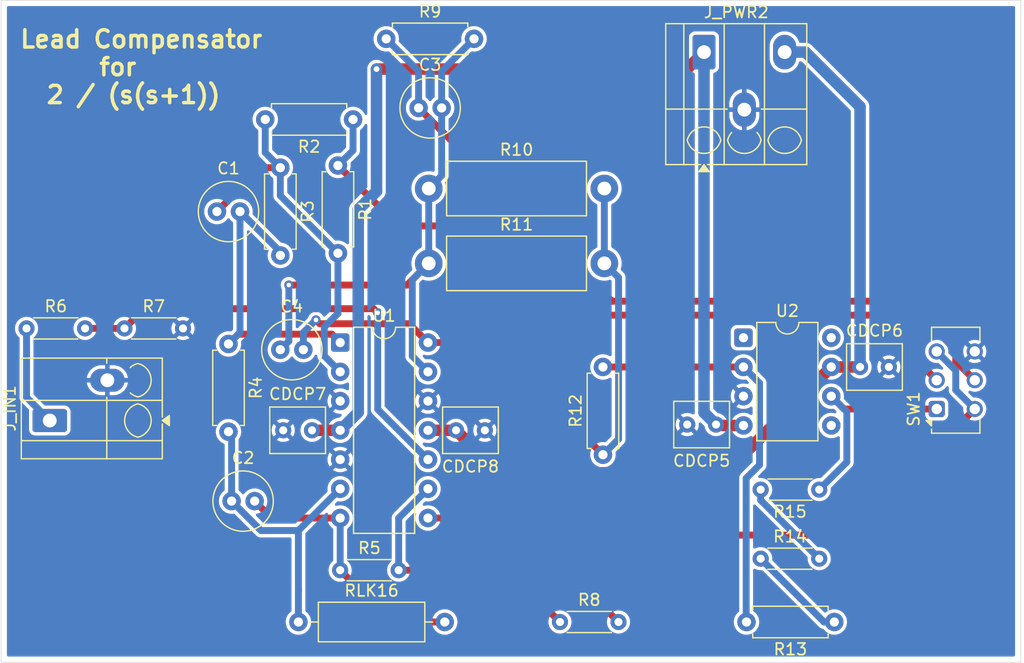
<source format=kicad_pcb>
(kicad_pcb (version 20241229) (generator "pcbnew") (generator_version "9.0")
  (layers (0 "F.Cu" signal) (2 "B.Cu" signal) (13 "F.Paste" user) (15 "B.Paste" user) (5 "F.SilkS" user "F.Silkscreen") (7 "B.SilkS" user "B.Silkscreen") (1 "F.Mask" user) (3 "B.Mask" user) (25 "Edge.Cuts" user))
  (net 0 "")
  (net 1 "Net-(C1-Pad2)")
  (net 2 "Net-(U1A--)")
  (net 3 "/y(t)")
  (net 4 "Net-(U1B--)")
  (net 5 "Net-(U1D--)")
  (net 6 "/comp_in")
  (net 7 "Net-(C4-Pad2)")
  (net 8 "+12V")
  (net 9 "GND")
  (net 10 "-12V")
  (net 11 "/r(t)")
  (net 12 "/u(t)")
  (net 13 "Net-(U1C--)")
  (net 14 "Net-(U1C-+)")
  (net 15 "/e(t)")
  (net 16 "Net-(U2--)")
  (net 17 "Net-(R13-Pad1)")
  (net 18 "Net-(R14-Pad2)")
  (net 19 "/comp_out")
  (footprint "Resistor_THT:R_Axial_DIN0414_L11.9mm_D4.5mm_P15.24mm_Horizontal" (layer "F.Cu") (at 100.61 86.35)
    (property "Reference" "R11" (at 7.62 -3.37 0) (layer "F.SilkS"))
    (property "Value" "330k")
    (fp_line (start 1.44 0) (end 1.55 0) (stroke (width 0.12)) (layer "F.SilkS"))
    (fp_line (start 13.8 0) (end 13.69 0) (stroke (width 0.12)) (layer "F.SilkS"))
    (fp_rect (start 1.55 -2.37) (end 13.69 2.37) (stroke (width 0.12)) (fill no) (layer "F.SilkS"))
    (pad "1" thru_hole circle (at 0 0) (size 2.4 2.4) (drill 1.2) (layers "*.Cu" "*.Mask") (net 5 "Net-(U1D--)"))
    (pad "2" thru_hole circle (at 15.24 0) (size 2.4 2.4) (drill 1.2) (layers "*.Cu" "*.Mask") (net 7 "Net-(C4-Pad2)"))
  )
  (footprint "Resistor_THT:R_Axial_DIN0204_L3.6mm_D1.6mm_P5.08mm_Horizontal" (layer "F.Cu") (at 92.92 113)
    (property "Reference" "R5" (at 2.54 -1.92 0) (layer "F.SilkS"))
    (property "Value" "10k")
    (fp_line (start 0.62 -0.92) (end 4.46 -0.92) (stroke (width 0.12)) (layer "F.SilkS"))
    (fp_line (start 0.62 0.92) (end 4.46 0.92) (stroke (width 0.12)) (layer "F.SilkS"))
    (pad "1" thru_hole circle (at 0 0) (size 1.4 1.4) (drill 0.7) (layers "*.Cu" "*.Mask") (net 3 "/y(t)"))
    (pad "2" thru_hole circle (at 5.08 0) (size 1.4 1.4) (drill 0.7) (layers "*.Cu" "*.Mask") (net 13 "Net-(U1C--)"))
  )
  (footprint "TerminalBlock_Degson:TerminalBlock_Degson_DG250-3.5-03P_1x03_P3.50mm_45Degree" (layer "F.Cu") (at 124.5 68)
    (property "Reference" "J_PWR2" (at 2.8 -3.47 0) (layer "F.SilkS"))
    (property "Value" "Conn_01x03")
    (fp_line (start -3.32 -2.47) (end 8.92 -2.47) (stroke (width 0.12)) (layer "F.SilkS"))
    (fp_line (start -3.32 4.95) (end 2.02 4.95) (stroke (width 0.12)) (layer "F.SilkS"))
    (fp_line (start -3.32 9.77) (end -3.32 -2.47) (stroke (width 0.12)) (layer "F.SilkS"))
    (fp_line (start -1.75 -2.47) (end -1.75 9.77) (stroke (width 0.12)) (layer "F.SilkS"))
    (fp_line (start -0.3 9.77) (end -3.32 9.77) (stroke (width 0.12)) (layer "F.SilkS"))
    (fp_line (start 1.75 -2.47) (end 1.75 9.77) (stroke (width 0.12)) (layer "F.SilkS"))
    (fp_line (start 4.98 4.95) (end 8.92 4.95) (stroke (width 0.12)) (layer "F.SilkS"))
    (fp_line (start 5.25 -2.47) (end 5.25 9.77) (stroke (width 0.12)) (layer "F.SilkS"))
    (fp_line (start 8.92 -2.47) (end 8.92 9.77) (stroke (width 0.12)) (layer "F.SilkS"))
    (fp_line (start 8.92 9.77) (end 0.3 9.77) (stroke (width 0.12)) (layer "F.SilkS"))
    (fp_arc (start -1.45 7.65) (mid 0 6.5) (end 1.45 7.65) (stroke (width 0.12)) (layer "F.SilkS"))
    (fp_arc (start 1.45 7.65) (mid 0 8.8) (end -1.45 7.65) (stroke (width 0.12)) (layer "F.SilkS"))
    (fp_arc (start 2.05 7.65) (mid 2.18402 7.291962) (end 2.405 6.98) (stroke (width 0.12)) (layer "F.SilkS"))
    (fp_arc (start 4.595 6.98) (mid 4.81598 7.291962) (end 4.95 7.65) (stroke (width 0.12)) (layer "F.SilkS"))
    (fp_arc (start 4.95 7.65) (mid 3.5 8.8) (end 2.05 7.65) (stroke (width 0.12)) (layer "F.SilkS"))
    (fp_arc (start 5.55 7.65) (mid 7 6.5) (end 8.45 7.65) (stroke (width 0.12)) (layer "F.SilkS"))
    (fp_arc (start 8.45 7.65) (mid 7 8.8) (end 5.55 7.65) (stroke (width 0.12)) (layer "F.SilkS"))
    (fp_poly (pts (xy 0 9.77) (xy 0.44 10.38) (xy -0.44 10.38)) (stroke (width 0.12)) (fill yes) (layer "F.SilkS"))
    (pad "1" thru_hole roundrect (at 0 0) (size 2 3) (drill 1.2) (layers "*.Cu" "*.Mask") (roundrect_rratio 0.125) (net 8 "+12V"))
    (pad "2" thru_hole oval (at 3.5 5) (size 2 3) (drill 1.2) (layers "*.Cu" "*.Mask") (net 9 "GND"))
    (pad "3" thru_hole oval (at 7 0) (size 2 3) (drill 1.2) (layers "*.Cu" "*.Mask") (net 10 "-12V"))
  )
  (footprint "Resistor_THT:R_Axial_DIN0207_L6.3mm_D2.5mm_P7.62mm_Horizontal" (layer "F.Cu") (at 96.92 66.85)
    (property "Reference" "R9" (at 3.81 -2.37 0) (layer "F.SilkS"))
    (property "Value" "560k")
    (fp_line (start 0.54 -1.37) (end 7.08 -1.37) (stroke (width 0.12)) (layer "F.SilkS"))
    (fp_line (start 0.54 -1.04) (end 0.54 -1.37) (stroke (width 0.12)) (layer "F.SilkS"))
    (fp_line (start 0.54 1.04) (end 0.54 1.37) (stroke (width 0.12)) (layer "F.SilkS"))
    (fp_line (start 0.54 1.37) (end 7.08 1.37) (stroke (width 0.12)) (layer "F.SilkS"))
    (fp_line (start 7.08 -1.37) (end 7.08 -1.04) (stroke (width 0.12)) (layer "F.SilkS"))
    (fp_line (start 7.08 1.37) (end 7.08 1.04) (stroke (width 0.12)) (layer "F.SilkS"))
    (pad "1" thru_hole circle (at 0 0) (size 1.6 1.6) (drill 0.8) (layers "*.Cu" "*.Mask") (net 6 "/comp_in"))
    (pad "2" thru_hole circle (at 7.62 0) (size 1.6 1.6) (drill 0.8) (layers "*.Cu" "*.Mask") (net 5 "Net-(U1D--)"))
  )
  (footprint "Resistor_THT:R_Axial_DIN0204_L3.6mm_D1.6mm_P5.08mm_Horizontal" (layer "F.Cu") (at 112 117.5)
    (property "Reference" "R8" (at 2.54 -1.92 0) (layer "F.SilkS"))
    (property "Value" "10k")
    (fp_line (start 0.62 -0.92) (end 4.46 -0.92) (stroke (width 0.12)) (layer "F.SilkS"))
    (fp_line (start 0.62 0.92) (end 4.46 0.92) (stroke (width 0.12)) (layer "F.SilkS"))
    (pad "1" thru_hole circle (at 0 0) (size 1.4 1.4) (drill 0.7) (layers "*.Cu" "*.Mask") (net 13 "Net-(U1C--)"))
    (pad "2" thru_hole circle (at 5.08 0) (size 1.4 1.4) (drill 0.7) (layers "*.Cu" "*.Mask") (net 15 "/e(t)"))
  )
  (footprint "Resistor_THT:R_Axial_DIN0204_L3.6mm_D1.6mm_P5.08mm_Horizontal" (layer "F.Cu") (at 74.2025 92)
    (property "Reference" "R7" (at 2.54 -1.92 0) (layer "F.SilkS"))
    (property "Value" "10k")
    (fp_line (start 0.62 -0.92) (end 4.46 -0.92) (stroke (width 0.12)) (layer "F.SilkS"))
    (fp_line (start 0.62 0.92) (end 4.46 0.92) (stroke (width 0.12)) (layer "F.SilkS"))
    (pad "1" thru_hole circle (at 0 0) (size 1.4 1.4) (drill 0.7) (layers "*.Cu" "*.Mask") (net 14 "Net-(U1C-+)"))
    (pad "2" thru_hole circle (at 5.08 0) (size 1.4 1.4) (drill 0.7) (layers "*.Cu" "*.Mask") (net 9 "GND"))
  )
  (footprint "Capacitor_THT:C_Radial_D5.0mm_H11.0mm_P2.00mm" (layer "F.Cu") (at 99.73 72.85)
    (property "Reference" "C3" (at 1 -3.75 0) (layer "F.SilkS"))
    (property "Value" "1u")
    (fp_circle (center 1 0) (end 3.62 0) (stroke (width 0.12)) (fill no) (layer "F.SilkS"))
    (pad "1" thru_hole circle (at 0 0) (size 1.6 1.6) (drill 0.8) (layers "*.Cu" "*.Mask") (net 6 "/comp_in"))
    (pad "2" thru_hole circle (at 2 0) (size 1.6 1.6) (drill 0.8) (layers "*.Cu" "*.Mask") (net 5 "Net-(U1D--)"))
  )
  (footprint "Resistor_THT:R_Axial_DIN0309_L9.0mm_D3.2mm_P12.70mm_Horizontal" (layer "F.Cu") (at 89.3 117.5)
    (property "Reference" "RLK16" (at 6.35 -2.72 0) (layer "F.SilkS"))
    (property "Value" "10M")
    (fp_line (start 1.04 0) (end 1.73 0) (stroke (width 0.12)) (layer "F.SilkS"))
    (fp_line (start 11.66 0) (end 10.97 0) (stroke (width 0.12)) (layer "F.SilkS"))
    (fp_rect (start 1.73 -1.72) (end 10.97 1.72) (stroke (width 0.12)) (fill no) (layer "F.SilkS"))
    (pad "1" thru_hole circle (at 0 0) (size 1.6 1.6) (drill 0.8) (layers "*.Cu" "*.Mask") (net 4 "Net-(U1B--)"))
    (pad "2" thru_hole circle (at 12.7 0) (size 1.6 1.6) (drill 0.8) (layers "*.Cu" "*.Mask") (net 3 "/y(t)"))
  )
  (footprint "Resistor_THT:R_Axial_DIN0204_L3.6mm_D1.6mm_P5.08mm_Horizontal" (layer "F.Cu") (at 129.42 112)
    (property "Reference" "R14" (at 2.54 -1.92 0) (layer "F.SilkS"))
    (property "Value" "1k")
    (fp_line (start 0.62 -0.92) (end 4.46 -0.92) (stroke (width 0.12)) (layer "F.SilkS"))
    (fp_line (start 0.62 0.92) (end 4.46 0.92) (stroke (width 0.12)) (layer "F.SilkS"))
    (pad "1" thru_hole circle (at 0 0) (size 1.4 1.4) (drill 0.7) (layers "*.Cu" "*.Mask") (net 17 "Net-(R13-Pad1)"))
    (pad "2" thru_hole circle (at 5.08 0) (size 1.4 1.4) (drill 0.7) (layers "*.Cu" "*.Mask") (net 18 "Net-(R14-Pad2)"))
  )
  (footprint "TerminalBlock_Degson:TerminalBlock_Degson_DG250-3.5-02P_1x02_P3.50mm_45Degree" (layer "F.Cu") (at 67.7175 100 90)
    (property "Reference" "J_IN1" (at 1.05 -3.47 90) (layer "F.SilkS"))
    (property "Value" "Conn_01x02")
    (fp_line (start 5.42 -2.47) (end 5.42 9.77) (stroke (width 0.12)) (layer "F.SilkS"))
    (fp_line (start 1.75 -2.47) (end 1.75 9.77) (stroke (width 0.12)) (layer "F.SilkS"))
    (fp_line (start -1.75 -2.47) (end -1.75 9.77) (stroke (width 0.12)) (layer "F.SilkS"))
    (fp_line (start -3.32 -2.47) (end 5.42 -2.47) (stroke (width 0.12)) (layer "F.SilkS"))
    (fp_line (start 4.98 4.95) (end 5.42 4.95) (stroke (width 0.12)) (layer "F.SilkS"))
    (fp_line (start -3.32 4.95) (end 2.02 4.95) (stroke (width 0.12)) (layer "F.SilkS"))
    (fp_line (start 5.42 9.77) (end 0.3 9.77) (stroke (width 0.12)) (layer "F.SilkS"))
    (fp_line (start -0.3 9.77) (end -3.32 9.77) (stroke (width 0.12)) (layer "F.SilkS"))
    (fp_line (start -3.32 9.77) (end -3.32 -2.47) (stroke (width 0.12)) (layer "F.SilkS"))
    (fp_arc (start 4.595 6.98) (mid 4.81598 7.291962) (end 4.95 7.65) (stroke (width 0.12)) (layer "F.SilkS"))
    (fp_arc (start 4.95 7.65) (mid 3.5 8.8) (end 2.05 7.65) (stroke (width 0.12)) (layer "F.SilkS"))
    (fp_arc (start 2.05 7.65) (mid 2.18402 7.291962) (end 2.405 6.98) (stroke (width 0.12)) (layer "F.SilkS"))
    (fp_arc (start 1.45 7.65) (mid 0 8.8) (end -1.45 7.65) (stroke (width 0.12)) (layer "F.SilkS"))
    (fp_arc (start -1.45 7.65) (mid 0 6.5) (end 1.45 7.65) (stroke (width 0.12)) (layer "F.SilkS"))
    (fp_poly (pts (xy 0 9.77) (xy 0.44 10.38) (xy -0.44 10.38)) (stroke (width 0.12)) (fill yes) (layer "F.SilkS"))
    (pad "1" thru_hole roundrect (at 0 0 90) (size 2 3) (drill 1.2) (layers "*.Cu" "*.Mask") (roundrect_rratio 0.125) (net 11 "/r(t)"))
    (pad "2" thru_hole oval (at 3.5 5 90) (size 2 3) (drill 1.2) (layers "*.Cu" "*.Mask") (net 9 "GND"))
  )
  (footprint "Capacitor_THT:C_Rect_L4.6mm_W3.8mm_P2.50mm_MKS02_FKP02" (layer "F.Cu") (at 87.98 100.85)
    (property "Reference" "CDCP7" (at 1.25 -3.15 0) (layer "F.SilkS"))
    (property "Value" "100n")
    (fp_line (start -1.17 -2.02) (end 3.67 -2.02) (stroke (width 0.12)) (layer "F.SilkS"))
    (fp_line (start -1.17 2.02) (end -1.17 -2.02) (stroke (width 0.12)) (layer "F.SilkS"))
    (fp_line (start 3.67 -2.02) (end 3.67 2.02) (stroke (width 0.12)) (layer "F.SilkS"))
    (fp_line (start 3.67 2.02) (end -1.17 2.02) (stroke (width 0.12)) (layer "F.SilkS"))
    (pad "1" thru_hole circle (at 0 0) (size 1.4 1.4) (drill 0.7) (layers "*.Cu" "*.Mask") (net 9 "GND"))
    (pad "2" thru_hole circle (at 2.5 0) (size 1.4 1.4) (drill 0.7) (layers "*.Cu" "*.Mask") (net 8 "+12V"))
  )
  (footprint "Package_DIP:DIP-14_W7.62mm" (layer "F.Cu") (at 92.925 93.23)
    (property "Reference" "U1" (at 3.81 -2.33 0) (layer "F.SilkS"))
    (property "Value" "TL074")
    (fp_line (start 1.16 -1.33) (end 1.16 16.57) (stroke (width 0.12)) (layer "F.SilkS"))
    (fp_line (start 1.16 16.57) (end 6.46 16.57) (stroke (width 0.12)) (layer "F.SilkS"))
    (fp_line (start 2.81 -1.33) (end 1.16 -1.33) (stroke (width 0.12)) (layer "F.SilkS"))
    (fp_line (start 6.46 -1.33) (end 4.81 -1.33) (stroke (width 0.12)) (layer "F.SilkS"))
    (fp_line (start 6.46 16.57) (end 6.46 -1.33) (stroke (width 0.12)) (layer "F.SilkS"))
    (fp_arc (start 4.81 -1.33) (mid 3.81 -0.33) (end 2.81 -1.33) (stroke (width 0.12)) (layer "F.SilkS"))
    (pad "1" thru_hole roundrect (at 0 0) (size 1.6 1.6) (drill 0.8) (layers "*.Cu" "*.Mask") (roundrect_rratio 0.15625) (net 1 "Net-(C1-Pad2)"))
    (pad "2" thru_hole circle (at 0 2.54) (size 1.6 1.6) (drill 0.8) (layers "*.Cu" "*.Mask") (net 2 "Net-(U1A--)"))
    (pad "3" thru_hole circle (at 0 5.08) (size 1.6 1.6) (drill 0.8) (layers "*.Cu" "*.Mask") (net 9 "GND"))
    (pad "4" thru_hole circle (at 0 7.62) (size 1.6 1.6) (drill 0.8) (layers "*.Cu" "*.Mask") (net 8 "+12V"))
    (pad "5" thru_hole circle (at 0 10.16) (size 1.6 1.6) (drill 0.8) (layers "*.Cu" "*.Mask") (net 9 "GND"))
    (pad "6" thru_hole circle (at 0 12.7) (size 1.6 1.6) (drill 0.8) (layers "*.Cu" "*.Mask") (net 4 "Net-(U1B--)"))
    (pad "7" thru_hole circle (at 0 15.24) (size 1.6 1.6) (drill 0.8) (layers "*.Cu" "*.Mask") (net 3 "/y(t)"))
    (pad "8" thru_hole circle (at 7.62 15.24) (size 1.6 1.6) (drill 0.8) (layers "*.Cu" "*.Mask") (net 15 "/e(t)"))
    (pad "9" thru_hole circle (at 7.62 12.7) (size 1.6 1.6) (drill 0.8) (layers "*.Cu" "*.Mask") (net 13 "Net-(U1C--)"))
    (pad "10" thru_hole circle (at 7.62 10.16) (size 1.6 1.6) (drill 0.8) (layers "*.Cu" "*.Mask") (net 14 "Net-(U1C-+)"))
    (pad "11" thru_hole circle (at 7.62 7.62) (size 1.6 1.6) (drill 0.8) (layers "*.Cu" "*.Mask") (net 10 "-12V"))
    (pad "12" thru_hole circle (at 7.62 5.08) (size 1.6 1.6) (drill 0.8) (layers "*.Cu" "*.Mask") (net 9 "GND"))
    (pad "13" thru_hole circle (at 7.62 2.54) (size 1.6 1.6) (drill 0.8) (layers "*.Cu" "*.Mask") (net 5 "Net-(U1D--)"))
    (pad "14" thru_hole circle (at 7.62 0) (size 1.6 1.6) (drill 0.8) (layers "*.Cu" "*.Mask") (net 7 "Net-(C4-Pad2)"))
  )
  (footprint "Resistor_THT:R_Axial_DIN0207_L6.3mm_D2.5mm_P7.62mm_Horizontal" (layer "F.Cu") (at 135.81 117.5 180)
    (property "Reference" "R13" (at 3.81 -2.37 0) (layer "F.SilkS"))
    (property "Value" "100k")
    (fp_line (start 7.08 1.37) (end 7.08 1.04) (stroke (width 0.12)) (layer "F.SilkS"))
    (fp_line (start 7.08 -1.37) (end 7.08 -1.04) (stroke (width 0.12)) (layer "F.SilkS"))
    (fp_line (start 0.54 1.37) (end 7.08 1.37) (stroke (width 0.12)) (layer "F.SilkS"))
    (fp_line (start 0.54 1.04) (end 0.54 1.37) (stroke (width 0.12)) (layer "F.SilkS"))
    (fp_line (start 0.54 -1.04) (end 0.54 -1.37) (stroke (width 0.12)) (layer "F.SilkS"))
    (fp_line (start 0.54 -1.37) (end 7.08 -1.37) (stroke (width 0.12)) (layer "F.SilkS"))
    (pad "1" thru_hole circle (at 0 0 180) (size 1.6 1.6) (drill 0.8) (layers "*.Cu" "*.Mask") (net 17 "Net-(R13-Pad1)"))
    (pad "2" thru_hole circle (at 7.62 0 180) (size 1.6 1.6) (drill 0.8) (layers "*.Cu" "*.Mask") (net 16 "Net-(U2--)"))
  )
  (footprint "Resistor_THT:R_Axial_DIN0207_L6.3mm_D2.5mm_P7.62mm_Horizontal" (layer "F.Cu") (at 94.04 73.85 180)
    (property "Reference" "R2" (at 3.81 -2.37 0) (layer "F.SilkS"))
    (property "Value" "100k")
    (fp_line (start 7.08 1.37) (end 7.08 1.04) (stroke (width 0.12)) (layer "F.SilkS"))
    (fp_line (start 7.08 -1.37) (end 7.08 -1.04) (stroke (width 0.12)) (layer "F.SilkS"))
    (fp_line (start 0.54 1.37) (end 7.08 1.37) (stroke (width 0.12)) (layer "F.SilkS"))
    (fp_line (start 0.54 1.04) (end 0.54 1.37) (stroke (width 0.12)) (layer "F.SilkS"))
    (fp_line (start 0.54 -1.04) (end 0.54 -1.37) (stroke (width 0.12)) (layer "F.SilkS"))
    (fp_line (start 0.54 -1.37) (end 7.08 -1.37) (stroke (width 0.12)) (layer "F.SilkS"))
    (pad "1" thru_hole circle (at 0 0 180) (size 1.6 1.6) (drill 0.8) (layers "*.Cu" "*.Mask") (net 12 "/u(t)"))
    (pad "2" thru_hole circle (at 7.62 0 180) (size 1.6 1.6) (drill 0.8) (layers "*.Cu" "*.Mask") (net 2 "Net-(U1A--)"))
  )
  (footprint "Capacitor_THT:C_Radial_D5.0mm_H11.0mm_P2.00mm" (layer "F.Cu") (at 82.23 81.85)
    (property "Reference" "C1" (at 1 -3.75 0) (layer "F.SilkS"))
    (property "Value" "10u")
    (fp_circle (center 1 0) (end 3.62 0) (stroke (width 0.12)) (fill no) (layer "F.SilkS"))
    (pad "1" thru_hole circle (at 0 0) (size 1.6 1.6) (drill 0.8) (layers "*.Cu" "*.Mask") (net 2 "Net-(U1A--)"))
    (pad "2" thru_hole circle (at 2 0) (size 1.6 1.6) (drill 0.8) (layers "*.Cu" "*.Mask") (net 1 "Net-(C1-Pad2)"))
  )
  (footprint "Resistor_THT:R_Axial_DIN0207_L6.3mm_D2.5mm_P7.62mm_Horizontal" (layer "F.Cu") (at 92.73 77.85 -90)
    (property "Reference" "R1" (at 3.81 -2.37 90) (layer "F.SilkS"))
    (property "Value" "100k")
    (fp_line (start 0.54 1.37) (end 7.08 1.37) (stroke (width 0.12)) (layer "F.SilkS"))
    (fp_line (start 7.08 1.37) (end 7.08 1.04) (stroke (width 0.12)) (layer "F.SilkS"))
    (fp_line (start 0.54 1.04) (end 0.54 1.37) (stroke (width 0.12)) (layer "F.SilkS"))
    (fp_line (start 0.54 -1.04) (end 0.54 -1.37) (stroke (width 0.12)) (layer "F.SilkS"))
    (fp_line (start 0.54 -1.37) (end 7.08 -1.37) (stroke (width 0.12)) (layer "F.SilkS"))
    (fp_line (start 7.08 -1.37) (end 7.08 -1.04) (stroke (width 0.12)) (layer "F.SilkS"))
    (pad "1" thru_hole circle (at 0 0 270) (size 1.6 1.6) (drill 0.8) (layers "*.Cu" "*.Mask") (net 12 "/u(t)"))
    (pad "2" thru_hole circle (at 7.62 0 270) (size 1.6 1.6) (drill 0.8) (layers "*.Cu" "*.Mask") (net 2 "Net-(U1A--)"))
  )
  (footprint "Capacitor_THT:C_Rect_L4.6mm_W3.8mm_P2.50mm_MKS02_FKP02" (layer "F.Cu") (at 105.48 100.85 180)
    (property "Reference" "CDCP8" (at 1.25 -3.15 0) (layer "F.SilkS"))
    (property "Value" "100n")
    (fp_line (start 3.67 2.02) (end -1.17 2.02) (stroke (width 0.12)) (layer "F.SilkS"))
    (fp_line (start 3.67 -2.02) (end 3.67 2.02) (stroke (width 0.12)) (layer "F.SilkS"))
    (fp_line (start -1.17 2.02) (end -1.17 -2.02) (stroke (width 0.12)) (layer "F.SilkS"))
    (fp_line (start -1.17 -2.02) (end 3.67 -2.02) (stroke (width 0.12)) (layer "F.SilkS"))
    (pad "1" thru_hole circle (at 0 0 180) (size 1.4 1.4) (drill 0.7) (layers "*.Cu" "*.Mask") (net 9 "GND"))
    (pad "2" thru_hole circle (at 2.5 0 180) (size 1.4 1.4) (drill 0.7) (layers "*.Cu" "*.Mask") (net 10 "-12V"))
  )
  (footprint "Resistor_THT:R_Axial_DIN0207_L6.3mm_D2.5mm_P7.62mm_Horizontal" (layer "F.Cu") (at 83.23 93.35 -90)
    (property "Reference" "R4" (at 3.81 -2.37 90) (layer "F.SilkS"))
    (property "Value" "100k")
    (fp_line (start 0.54 1.37) (end 7.08 1.37) (stroke (width 0.12)) (layer "F.SilkS"))
    (fp_line (start 7.08 1.37) (end 7.08 1.04) (stroke (width 0.12)) (layer "F.SilkS"))
    (fp_line (start 0.54 1.04) (end 0.54 1.37) (stroke (width 0.12)) (layer "F.SilkS"))
    (fp_line (start 0.54 -1.04) (end 0.54 -1.37) (stroke (width 0.12)) (layer "F.SilkS"))
    (fp_line (start 0.54 -1.37) (end 7.08 -1.37) (stroke (width 0.12)) (layer "F.SilkS"))
    (fp_line (start 7.08 -1.37) (end 7.08 -1.04) (stroke (width 0.12)) (layer "F.SilkS"))
    (pad "1" thru_hole circle (at 0 0 270) (size 1.6 1.6) (drill 0.8) (layers "*.Cu" "*.Mask") (net 1 "Net-(C1-Pad2)"))
    (pad "2" thru_hole circle (at 7.62 0 270) (size 1.6 1.6) (drill 0.8) (layers "*.Cu" "*.Mask") (net 4 "Net-(U1B--)"))
  )
  (footprint "Resistor_THT:R_Axial_DIN0204_L3.6mm_D1.6mm_P5.08mm_Horizontal" (layer "F.Cu") (at 134.5 106 180)
    (property "Reference" "R15" (at 2.54 -1.92 0) (layer "F.SilkS"))
    (property "Value" "1k")
    (fp_line (start 0.62 0.92) (end 4.46 0.92) (stroke (width 0.12)) (layer "F.SilkS"))
    (fp_line (start 0.62 -0.92) (end 4.46 -0.92) (stroke (width 0.12)) (layer "F.SilkS"))
    (pad "1" thru_hole circle (at 0 0 180) (size 1.4 1.4) (drill 0.7) (layers "*.Cu" "*.Mask") (net 19 "/comp_out"))
    (pad "2" thru_hole circle (at 5.08 0 180) (size 1.4 1.4) (drill 0.7) (layers "*.Cu" "*.Mask") (net 18 "Net-(R14-Pad2)"))
  )
  (footprint "Resistor_THT:R_Axial_DIN0204_L3.6mm_D1.6mm_P5.08mm_Horizontal" (layer "F.Cu") (at 65.7025 92)
    (property "Reference" "R6" (at 2.54 -1.92 0) (layer "F.SilkS"))
    (property "Value" "10k")
    (fp_line (start 0.62 -0.92) (end 4.46 -0.92) (stroke (width 0.12)) (layer "F.SilkS"))
    (fp_line (start 0.62 0.92) (end 4.46 0.92) (stroke (width 0.12)) (layer "F.SilkS"))
    (pad "1" thru_hole circle (at 0 0) (size 1.4 1.4) (drill 0.7) (layers "*.Cu" "*.Mask") (net 11 "/r(t)"))
    (pad "2" thru_hole circle (at 5.08 0) (size 1.4 1.4) (drill 0.7) (layers "*.Cu" "*.Mask") (net 14 "Net-(U1C-+)"))
  )
  (footprint "Package_DIP:DIP-8_W7.62mm" (layer "F.Cu") (at 127.925 92.81)
    (property "Reference" "U2" (at 3.81 -2.33 0) (layer "F.SilkS"))
    (property "Value" "TL071")
    (fp_line (start 1.16 -1.33) (end 1.16 8.95) (stroke (width 0.12)) (layer "F.SilkS"))
    (fp_line (start 1.16 8.95) (end 6.46 8.95) (stroke (width 0.12)) (layer "F.SilkS"))
    (fp_line (start 2.81 -1.33) (end 1.16 -1.33) (stroke (width 0.12)) (layer "F.SilkS"))
    (fp_line (start 6.46 -1.33) (end 4.81 -1.33) (stroke (width 0.12)) (layer "F.SilkS"))
    (fp_line (start 6.46 8.95) (end 6.46 -1.33) (stroke (width 0.12)) (layer "F.SilkS"))
    (fp_arc (start 4.81 -1.33) (mid 3.81 -0.33) (end 2.81 -1.33) (stroke (width 0.12)) (layer "F.SilkS"))
    (pad "1" thru_hole roundrect (at 0 0) (size 1.6 1.6) (drill 0.8) (layers "*.Cu" "*.Mask") (roundrect_rratio 0.15625))
    (pad "2" thru_hole circle (at 0 2.54) (size 1.6 1.6) (drill 0.8) (layers "*.Cu" "*.Mask") (net 16 "Net-(U2--)"))
    (pad "3" thru_hole circle (at 0 5.08) (size 1.6 1.6) (drill 0.8) (layers "*.Cu" "*.Mask") (net 9 "GND"))
    (pad "4" thru_hole circle (at 0 7.62) (size 1.6 1.6) (drill 0.8) (layers "*.Cu" "*.Mask") (net 8 "+12V"))
    (pad "5" thru_hole circle (at 7.62 7.62) (size 1.6 1.6) (drill 0.8) (layers "*.Cu" "*.Mask"))
    (pad "6" thru_hole circle (at 7.62 5.08) (size 1.6 1.6) (drill 0.8) (layers "*.Cu" "*.Mask") (net 19 "/comp_out"))
    (pad "7" thru_hole circle (at 7.62 2.54) (size 1.6 1.6) (drill 0.8) (layers "*.Cu" "*.Mask") (net 10 "-12V"))
    (pad "8" thru_hole circle (at 7.62 0) (size 1.6 1.6) (drill 0.8) (layers "*.Cu" "*.Mask"))
  )
  (footprint "Capacitor_THT:C_Radial_D5.0mm_H11.0mm_P2.00mm" (layer "F.Cu") (at 83.5 107)
    (property "Reference" "C2" (at 1 -3.75 0) (layer "F.SilkS"))
    (property "Value" "10u")
    (fp_circle (center 1 0) (end 3.62 0) (stroke (width 0.12)) (fill no) (layer "F.SilkS"))
    (pad "1" thru_hole circle (at 0 0) (size 1.6 1.6) (drill 0.8) (layers "*.Cu" "*.Mask") (net 4 "Net-(U1B--)"))
    (pad "2" thru_hole circle (at 2 0) (size 1.6 1.6) (drill 0.8) (layers "*.Cu" "*.Mask") (net 3 "/y(t)"))
  )
  (footprint "Capacitor_THT:C_Rect_L4.6mm_W3.8mm_P2.50mm_MKS02_FKP02" (layer "F.Cu") (at 125.545 100.35 180)
    (property "Reference" "CDCP5" (at 1.25 -3.15 0) (layer "F.SilkS"))
    (property "Value" "100n")
    (fp_line (start 3.67 2.02) (end -1.17 2.02) (stroke (width 0.12)) (layer "F.SilkS"))
    (fp_line (start 3.67 -2.02) (end 3.67 2.02) (stroke (width 0.12)) (layer "F.SilkS"))
    (fp_line (start -1.17 2.02) (end -1.17 -2.02) (stroke (width 0.12)) (layer "F.SilkS"))
    (fp_line (start -1.17 -2.02) (end 3.67 -2.02) (stroke (width 0.12)) (layer "F.SilkS"))
    (pad "1" thru_hole circle (at 0 0 180) (size 1.4 1.4) (drill 0.7) (layers "*.Cu" "*.Mask") (net 8 "+12V"))
    (pad "2" thru_hole circle (at 2.5 0 180) (size 1.4 1.4) (drill 0.7) (layers "*.Cu" "*.Mask") (net 9 "GND"))
  )
  (footprint "Resistor_THT:R_Axial_DIN0207_L6.3mm_D2.5mm_P7.62mm_Horizontal" (layer "F.Cu") (at 115.73 102.97 90)
    (property "Reference" "R12" (at 3.81 -2.37 90) (layer "F.SilkS"))
    (property "Value" "33k")
    (fp_line (start 7.08 -1.37) (end 7.08 -1.04) (stroke (width 0.12)) (layer "F.SilkS"))
    (fp_line (start 0.54 -1.37) (end 7.08 -1.37) (stroke (width 0.12)) (layer "F.SilkS"))
    (fp_line (start 0.54 -1.04) (end 0.54 -1.37) (stroke (width 0.12)) (layer "F.SilkS"))
    (fp_line (start 0.54 1.04) (end 0.54 1.37) (stroke (width 0.12)) (layer "F.SilkS"))
    (fp_line (start 7.08 1.37) (end 7.08 1.04) (stroke (width 0.12)) (layer "F.SilkS"))
    (fp_line (start 0.54 1.37) (end 7.08 1.37) (stroke (width 0.12)) (layer "F.SilkS"))
    (pad "1" thru_hole circle (at 0 0 90) (size 1.6 1.6) (drill 0.8) (layers "*.Cu" "*.Mask") (net 7 "Net-(C4-Pad2)"))
    (pad "2" thru_hole circle (at 7.62 0 90) (size 1.6 1.6) (drill 0.8) (layers "*.Cu" "*.Mask") (net 16 "Net-(U2--)"))
  )
  (footprint "Resistor_THT:R_Axial_DIN0414_L11.9mm_D4.5mm_P15.24mm_Horizontal" (layer "F.Cu") (at 100.61 79.85)
    (property "Reference" "R10" (at 7.62 -3.37 0) (layer "F.SilkS"))
    (property "Value" "330k")
    (fp_line (start 1.44 0) (end 1.55 0) (stroke (width 0.12)) (layer "F.SilkS"))
    (fp_line (start 13.8 0) (end 13.69 0) (stroke (width 0.12)) (layer "F.SilkS"))
    (fp_rect (start 1.55 -2.37) (end 13.69 2.37) (stroke (width 0.12)) (fill no) (layer "F.SilkS"))
    (pad "1" thru_hole circle (at 0 0) (size 2.4 2.4) (drill 1.2) (layers "*.Cu" "*.Mask") (net 5 "Net-(U1D--)"))
    (pad "2" thru_hole circle (at 15.24 0) (size 2.4 2.4) (drill 1.2) (layers "*.Cu" "*.Mask") (net 7 "Net-(C4-Pad2)"))
  )
  (footprint "Capacitor_THT:C_Radial_D5.0mm_H11.0mm_P2.00mm" (layer "F.Cu") (at 87.73 93.85)
    (property "Reference" "C4" (at 1 -3.75 0) (layer "F.SilkS"))
    (property "Value" "1u")
    (fp_circle (center 1 0) (end 3.62 0) (stroke (width 0.12)) (fill no) (layer "F.SilkS"))
    (pad "1" thru_hole circle (at 0 0) (size 1.6 1.6) (drill 0.8) (layers "*.Cu" "*.Mask") (net 5 "Net-(U1D--)"))
    (pad "2" thru_hole circle (at 2 0) (size 1.6 1.6) (drill 0.8) (layers "*.Cu" "*.Mask") (net 7 "Net-(C4-Pad2)"))
  )
  (footprint "Capacitor_THT:C_Rect_L4.6mm_W3.8mm_P2.50mm_MKS02_FKP02" (layer "F.Cu") (at 138.045 95.35)
    (property "Reference" "CDCP6" (at 1.25 -3.15 0) (layer "F.SilkS"))
    (property "Value" "100n")
    (fp_line (start -1.17 -2.02) (end 3.67 -2.02) (stroke (width 0.12)) (layer "F.SilkS"))
    (fp_line (start -1.17 2.02) (end -1.17 -2.02) (stroke (width 0.12)) (layer "F.SilkS"))
    (fp_line (start 3.67 -2.02) (end 3.67 2.02) (stroke (width 0.12)) (layer "F.SilkS"))
    (fp_line (start 3.67 2.02) (end -1.17 2.02) (stroke (width 0.12)) (layer "F.SilkS"))
    (pad "1" thru_hole circle (at 0 0) (size 1.4 1.4) (drill 0.7) (layers "*.Cu" "*.Mask") (net 10 "-12V"))
    (pad "2" thru_hole circle (at 2.5 0) (size 1.4 1.4) (drill 0.7) (layers "*.Cu" "*.Mask") (net 9 "GND"))
  )
  (footprint "Resistor_THT:R_Axial_DIN0207_L6.3mm_D2.5mm_P7.62mm_Horizontal" (layer "F.Cu") (at 87.73 78.04 -90)
    (property "Reference" "R3" (at 3.81 -2.37 90) (layer "F.SilkS"))
    (property "Value" "100k")
    (fp_line (start 0.54 1.37) (end 7.08 1.37) (stroke (width 0.12)) (layer "F.SilkS"))
    (fp_line (start 7.08 1.37) (end 7.08 1.04) (stroke (width 0.12)) (layer "F.SilkS"))
    (fp_line (start 0.54 1.04) (end 0.54 1.37) (stroke (width 0.12)) (layer "F.SilkS"))
    (fp_line (start 0.54 -1.04) (end 0.54 -1.37) (stroke (width 0.12)) (layer "F.SilkS"))
    (fp_line (start 0.54 -1.37) (end 7.08 -1.37) (stroke (width 0.12)) (layer "F.SilkS"))
    (fp_line (start 7.08 -1.37) (end 7.08 -1.04) (stroke (width 0.12)) (layer "F.SilkS"))
    (pad "1" thru_hole circle (at 0 0 270) (size 1.6 1.6) (drill 0.8) (layers "*.Cu" "*.Mask") (net 2 "Net-(U1A--)"))
    (pad "2" thru_hole circle (at 7.62 0 270) (size 1.6 1.6) (drill 0.8) (layers "*.Cu" "*.Mask") (net 1 "Net-(C1-Pad2)"))
  )
  (footprint "Button_Switch_THT:SW_CK_JS202011AQN_DPDT_Angled" (layer "F.Cu") (at 144.7 99 90)
    (property "Reference" "SW1" (at 0 -2 90) (layer "F.SilkS"))
    (property "Value" "SW_Slide_DPDT")
    (fp_line (start 7.1 -0.45) (end 7.1 3.75) (stroke (width 0.12)) (layer "F.SilkS"))
    (fp_line (start 5.9 -0.45) (end 7.1 -0.45) (stroke (width 0.12)) (layer "F.SilkS"))
    (fp_line (start -1.75 -0.45) (end -2.1 -0.45) (stroke (width 0.12)) (layer "F.SilkS"))
    (fp_line (start -2.1 -0.45) (end -2.1 3.75) (stroke (width 0.12)) (layer "F.SilkS"))
    (fp_line (start 7.1 3.75) (end 5.9 3.75) (stroke (width 0.12)) (layer "F.SilkS"))
    (fp_line (start -2.1 3.75) (end -0.9 3.75) (stroke (width 0.12)) (layer "F.SilkS"))
    (fp_poly (pts (xy -1 -0.45) (xy -1.48 -0.45) (xy -1 -0.93) (xy -1 -0.45)) (stroke (width 0.12)) (fill yes) (layer "F.SilkS"))
    (pad "1" thru_hole roundrect (at 0 0 90) (size 1.4 1.4) (drill 0.9) (layers "*.Cu" "*.Mask") (roundrect_rratio 0.1785714286) (net 19 "/comp_out"))
    (pad "2" thru_hole circle (at 2.5 0 90) (size 1.4 1.4) (drill 0.9) (layers "*.Cu" "*.Mask") (net 12 "/u(t)"))
    (pad "3" thru_hole circle (at 5 0 90) (size 1.4 1.4) (drill 0.9) (layers "*.Cu" "*.Mask") (net 15 "/e(t)"))
    (pad "4" thru_hole circle (at 5 3.3 90) (size 1.4 1.4) (drill 0.9) (layers "*.Cu" "*.Mask") (net 9 "GND"))
    (pad "5" thru_hole circle (at 2.5 3.3 90) (size 1.4 1.4) (drill 0.9) (layers "*.Cu" "*.Mask") (net 6 "/comp_in"))
    (pad "6" thru_hole circle (at 0 3.3 90) (size 1.4 1.4) (drill 0.9) (layers "*.Cu" "*.Mask") (net 15 "/e(t)"))
  )
  (gr_line (start 152 63.5) (end 152 121) (stroke (width 0.05)) (layer "Edge.Cuts"))
  (gr_line (start 114.5 63.5) (end 152 63.5) (stroke (width 0.05)) (layer "Edge.Cuts"))
  (gr_line (start 63.5 121) (end 63.5 63.5) (stroke (width 0.05)) (layer "Edge.Cuts"))
  (gr_line (start 63.5 63.5) (end 114.5 63.5) (stroke (width 0.05)) (layer "Edge.Cuts"))
  (gr_line (start 152 121) (end 63.5 121) (stroke (width 0.05)) (layer "Edge.Cuts"))
  (gr_text "Lead Compensator\n      for\n  2 / (s(s+1))\n	" (at 65 75 0) (layer "F.SilkS") (effects (font (size 1.5 1.5) (thickness 0.3) (bold yes)) (justify left bottom)))
  (segment (start 84.0817 92.4983) (end 83.23 93.35) (width 0.6) (layer "F.Cu") (net 1))
  (segment (start 92.1933 92.4983) (end 84.0817 92.4983) (width 0.6) (layer "F.Cu") (net 1))
  (segment (start 92.925 93.23) (end 92.1933 92.4983) (width 0.6) (layer "F.Cu") (net 1))
  (segment (start 84.23 92.35) (end 83.23 93.35) (width 0.6) (layer "B.Cu") (net 1))
  (segment (start 84.23 81.85) (end 87.73 85.35) (width 0.6) (layer "B.Cu") (net 1))
  (segment (start 87.73 85.35) (end 87.73 85.66) (width 0.6) (layer "B.Cu") (net 1))
  (segment (start 84.23 81.85) (end 84.23 92.35) (width 0.6) (layer "B.Cu") (net 1))
  (segment (start 82.23 81.85) (end 86.04 78.04) (width 0.6) (layer "F.Cu") (net 2))
  (segment (start 86.04 78.04) (end 87.73 78.04) (width 0.6) (layer "F.Cu") (net 2))
  (segment (start 91.5461 91.8834) (end 92.73 90.6995) (width 0.6) (layer "B.Cu") (net 2))
  (segment (start 86.42 76.73) (end 86.42 73.85) (width 0.6) (layer "B.Cu") (net 2))
  (segment (start 91.5461 94.3911) (end 91.5461 91.8834) (width 0.6) (layer "B.Cu") (net 2))
  (segment (start 87.73 80.47) (end 87.73 78.04) (width 0.6) (layer "B.Cu") (net 2))
  (segment (start 87.73 78.04) (end 86.42 76.73) (width 0.6) (layer "B.Cu") (net 2))
  (segment (start 92.73 85.47) (end 87.73 80.47) (width 0.6) (layer "B.Cu") (net 2))
  (segment (start 92.73 90.6995) (end 92.73 85.47) (width 0.6) (layer "B.Cu") (net 2))
  (segment (start 92.925 95.77) (end 91.5461 94.3911) (width 0.6) (layer "B.Cu") (net 2))
  (segment (start 85.5 107) (end 86.97 108.47) (width 0.6) (layer "F.Cu") (net 3))
  (segment (start 102 117.5) (end 97.42 117.5) (width 0.6) (layer "F.Cu") (net 3))
  (segment (start 86.97 108.47) (end 92.925 108.47) (width 0.6) (layer "F.Cu") (net 3))
  (segment (start 97.42 117.5) (end 92.92 113) (width 0.6) (layer "F.Cu") (net 3))
  (segment (start 92.925 112.995) (end 92.925 108.47) (width 0.6) (layer "B.Cu") (net 3))
  (segment (start 92.92 113) (end 92.925 112.995) (width 0.6) (layer "B.Cu") (net 3))
  (segment (start 83.5 101.24) (end 83.5 107) (width 0.6) (layer "B.Cu") (net 4))
  (segment (start 89.3 117.5) (end 89.3 114.804) (width 0.6) (layer "B.Cu") (net 4))
  (segment (start 89.3 114.804) (end 89.3 114.6798) (width 0.6) (layer "B.Cu") (net 4))
  (segment (start 89.3 114.6798) (end 89.3 109.555) (width 0.6) (layer "B.Cu") (net 4))
  (segment (start 89.3 109.555) (end 92.925 105.93) (width 0.6) (layer "B.Cu") (net 4))
  (segment (start 89.3 109.555) (end 86.055 109.555) (width 0.6) (layer "B.Cu") (net 4))
  (segment (start 86.055 109.555) (end 83.5 107) (width 0.6) (layer "B.Cu") (net 4))
  (segment (start 83.23 100.97) (end 83.5 101.24) (width 0.6) (layer "B.Cu") (net 4))
  (segment (start 100.61 86.35) (end 98.7264 88.2336) (width 0.6) (layer "F.Cu") (net 5))
  (segment (start 98.7264 88.2336) (end 88.4679 88.2336) (width 0.6) (layer "F.Cu") (net 5))
  (via (at 88.4679 88.2336) (size 0.8) (drill 0.4) (layers "F.Cu" "B.Cu") (net 5))
  (segment (start 101.73 72.85) (end 101.73 78.73) (width 0.6) (layer "B.Cu") (net 5))
  (segment (start 101.73 78.73) (end 100.61 79.85) (width 0.6) (layer "B.Cu") (net 5))
  (segment (start 104.54 66.85) (end 101.73 69.66) (width 0.6) (layer "B.Cu") (net 5))
  (segment (start 99.1822 87.7778) (end 99.1822 94.4072) (width 0.6) (layer "B.Cu") (net 5))
  (segment (start 101.73 69.66) (end 101.73 72.85) (width 0.6) (layer "B.Cu") (net 5))
  (segment (start 100.61 86.35) (end 99.1822 87.7778) (width 0.6) (layer "B.Cu") (net 5))
  (segment (start 100.61 86.35) (end 100.61 79.85) (width 0.6) (layer "B.Cu") (net 5))
  (segment (start 88.4679 88.2336) (end 88.4679 93.1121) (width 0.6) (layer "B.Cu") (net 5))
  (segment (start 88.4679 93.1121) (end 87.73 93.85) (width 0.6) (layer "B.Cu") (net 5))
  (segment (start 99.1822 94.4072) (end 100.545 95.77) (width 0.6) (layer "B.Cu") (net 5))
  (segment (start 148 96.5) (end 146.35 94.85) (width 0.6) (layer "F.Cu") (net 6))
  (segment (start 146.35 94.85) (end 146.35 93.876) (width 0.6) (layer "F.Cu") (net 6))
  (segment (start 116.5133 89.6333) (end 99.73 72.85) (width 0.6) (layer "F.Cu") (net 6))
  (segment (start 146.35 93.876) (end 142.1073 89.6333) (width 0.6) (layer "F.Cu") (net 6))
  (segment (start 142.1073 89.6333) (end 116.5133 89.6333) (width 0.6) (layer "F.Cu") (net 6))
  (segment (start 99.73 69.66) (end 96.92 66.85) (width 0.6) (layer "B.Cu") (net 6))
  (segment (start 99.73 72.85) (end 99.73 69.66) (width 0.6) (layer "B.Cu") (net 6))
  (segment (start 100.545 93.23) (end 105.99 93.23) (width 0.6) (layer "F.Cu") (net 7))
  (segment (start 105.99 93.23) (end 115.73 102.97) (width 0.6) (layer "F.Cu") (net 7))
  (segment (start 98.911 91.596) (end 100.545 93.23) (width 0.6) (layer "F.Cu") (net 7))
  (segment (start 91.1549 91.596) (end 98.911 91.596) (width 0.6) (layer "F.Cu") (net 7))
  (segment (start 90.8212 91.2623) (end 91.1549 91.596) (width 0.6) (layer "F.Cu") (net 7))
  (via (at 90.8212 91.2623) (size 0.8) (drill 0.4) (layers "F.Cu" "B.Cu") (net 7))
  (segment (start 115.85 86.35) (end 117.0853 87.5853) (width 0.6) (layer "B.Cu") (net 7))
  (segment (start 117.0853 101.6147) (end 115.73 102.97) (width 0.6) (layer "B.Cu") (net 7))
  (segment (start 115.85 79.85) (end 115.85 86.35) (width 0.6) (layer "B.Cu") (net 7))
  (segment (start 89.73 92.3535) (end 90.8212 91.2623) (width 0.6) (layer "B.Cu") (net 7))
  (segment (start 117.0853 87.5853) (end 117.0853 101.6147) (width 0.6) (layer "B.Cu") (net 7))
  (segment (start 89.73 93.85) (end 89.73 92.3535) (width 0.6) (layer "B.Cu") (net 7))
  (segment (start 127.925 100.43) (end 125.625 100.43) (width 1) (layer "F.Cu") (net 8))
  (segment (start 92.925 100.85) (end 90.48 100.85) (width 1) (layer "F.Cu") (net 8))
  (segment (start 96.0794 69.4732) (end 123.0268 69.4732) (width 1) (layer "F.Cu") (net 8))
  (segment (start 123.0268 69.4732) (end 124.5 68) (width 1) (layer "F.Cu") (net 8))
  (segment (start 125.625 100.43) (end 125.545 100.35) (width 1) (layer "F.Cu") (net 8))
  (via (at 96.0794 69.4732) (size 1) (drill 0.5) (layers "F.Cu" "B.Cu") (net 8))
  (segment (start 94.4914 99.2836) (end 94.4914 81.6811) (width 1) (layer "B.Cu") (net 8))
  (segment (start 124.5 68) (end 124.5 99.305) (width 1) (layer "B.Cu") (net 8))
  (segment (start 124.5 99.305) (end 125.545 100.35) (width 1) (layer "B.Cu") (net 8))
  (segment (start 94.4914 81.6811) (end 96.0794 80.0931) (width 1) (layer "B.Cu") (net 8))
  (segment (start 96.0794 80.0931) (end 96.0794 69.4732) (width 1) (layer "B.Cu") (net 8))
  (segment (start 92.925 100.85) (end 94.4914 99.2836) (width 1) (layer "B.Cu") (net 8))
  (segment (start 100.545 100.85) (end 102.98 100.85) (width 1) (layer "F.Cu") (net 10))
  (segment (start 126.3524 104.5426) (end 106.6726 104.5426) (width 1) (layer "F.Cu") (net 10))
  (segment (start 135.545 95.35) (end 126.3524 104.5426) (width 1) (layer "F.Cu") (net 10))
  (segment (start 106.6726 104.5426) (end 102.98 100.85) (width 1) (layer "F.Cu") (net 10))
  (segment (start 138.045 95.35) (end 135.545 95.35) (width 1) (layer "F.Cu") (net 10))
  (segment (start 138.045 72.745) (end 133.3 68) (width 1) (layer "B.Cu") (net 10))
  (segment (start 138.045 95.35) (end 138.045 72.745) (width 1) (layer "B.Cu") (net 10))
  (segment (start 131.5 68) (end 133.3 68) (width 1) (layer "B.Cu") (net 10))
  (segment (start 65.7025 97.985) (end 67.7175 100) (width 0.6) (layer "B.Cu") (net 11))
  (segment (start 65.7025 92) (end 65.7025 97.985) (width 0.6) (layer "B.Cu") (net 11))
  (segment (start 102.3602 83.1) (end 110.1076 90.8474) (width 0.6) (layer "F.Cu") (net 12))
  (segment (start 92.73 77.85) (end 97.98 83.1) (width 0.6) (layer "F.Cu") (net 12))
  (segment (start 139.0474 90.8474) (end 144.7 96.5) (width 0.6) (layer "F.Cu") (net 12))
  (segment (start 97.98 83.1) (end 102.3602 83.1) (width 0.6) (layer "F.Cu") (net 12))
  (segment (start 110.1076 90.8474) (end 139.0474 90.8474) (width 0.6) (layer "F.Cu") (net 12))
  (segment (start 94.04 76.54) (end 94.04 73.85) (width 0.6) (layer "B.Cu") (net 12))
  (segment (start 92.73 77.85) (end 94.04 76.54) (width 0.6) (layer "B.Cu") (net 12))
  (segment (start 107.5 113) (end 98 113) (width 0.6) (layer "F.Cu") (net 13))
  (segment (start 112 117.5) (end 107.5 113) (width 0.6) (layer "F.Cu") (net 13))
  (segment (start 98 108.475) (end 100.545 105.93) (width 0.6) (layer "B.Cu") (net 13))
  (segment (start 98 113) (end 98 108.475) (width 0.6) (layer "B.Cu") (net 13))
  (segment (start 74.2025 92) (end 75.915 90.2875) (width 0.6) (layer "F.Cu") (net 14))
  (segment (start 95.8243 90.2875) (end 96.1811 90.6443) (width 0.6) (layer "F.Cu") (net 14))
  (segment (start 70.7825 92) (end 74.2025 92) (width 0.6) (layer "F.Cu") (net 14))
  (segment (start 75.915 90.2875) (end 95.8243 90.2875) (width 0.6) (layer "F.Cu") (net 14))
  (via (at 96.1811 90.6443) (size 0.8) (drill 0.4) (layers "F.Cu" "B.Cu") (net 14))
  (segment (start 96.1811 99.0261) (end 100.545 103.39) (width 0.6) (layer "B.Cu") (net 14))
  (segment (start 96.1811 90.6443) (end 96.1811 99.0261) (width 0.6) (layer "B.Cu") (net 14))
  (segment (start 137.0483 109.9517) (end 109.5317 109.9517) (width 0.6) (layer "F.Cu") (net 15))
  (segment (start 108.05 108.47) (end 100.545 108.47) (width 0.6) (layer "F.Cu") (net 15))
  (segment (start 109.5317 109.9517) (end 108.05 108.47) (width 0.6) (layer "F.Cu") (net 15))
  (segment (start 148 99) (end 137.0483 109.9517) (width 0.6) (layer "F.Cu") (net 15))
  (segment (start 117.08 117.5) (end 109.5317 109.9517) (width 0.6) (layer "F.Cu") (net 15))
  (segment (start 146.35 97.35) (end 148 99) (width 0.6) (layer "B.Cu") (net 15))
  (segment (start 146.35 95.65) (end 146.35 97.35) (width 0.6) (layer "B.Cu") (net 15))
  (segment (start 144.7 94) (end 146.35 95.65) (width 0.6) (layer "B.Cu") (net 15))
  (segment (start 115.73 95.35) (end 127.925 95.35) (width 0.6) (layer "F.Cu") (net 16))
  (segment (start 129.3205 96.7455) (end 127.925 95.35) (width 0.6) (layer "B.Cu") (net 16))
  (segment (start 128.1596 105.0148) (end 129.3205 103.8539) (width 0.6) (layer "B.Cu") (net 16))
  (segment (start 128.1596 117.4696) (end 128.1596 105.0148) (width 0.6) (layer "B.Cu") (net 16))
  (segment (start 128.19 117.5) (end 128.1596 117.4696) (width 0.6) (layer "B.Cu") (net 16))
  (segment (start 129.3205 103.8539) (end 129.3205 96.7455) (width 0.6) (layer "B.Cu") (net 16))
  (segment (start 134.92 117.5) (end 129.42 112) (width 0.6) (layer "B.Cu") (net 17))
  (segment (start 135.81 117.5) (end 134.92 117.5) (width 0.6) (layer "B.Cu") (net 17))
  (segment (start 129.42 106.92) (end 129.42 106) (width 0.6) (layer "B.Cu") (net 18))
  (segment (start 134.5 112) (end 129.42 106.92) (width 0.6) (layer "B.Cu") (net 18))
  (segment (start 144.7 99) (end 136.655 99) (width 0.6) (layer "F.Cu") (net 19))
  (segment (start 136.655 99) (end 135.545 97.89) (width 0.6) (layer "F.Cu") (net 19))
  (segment (start 134.5 106) (end 136.8967 103.6033) (width 0.6) (layer "B.Cu") (net 19))
  (segment (start 136.8967 99.2417) (end 135.545 97.89) (width 0.6) (layer "B.Cu") (net 19))
  (segment (start 136.8967 103.6033) (end 136.8967 99.2417) (width 0.6) (layer "B.Cu") (net 19))
  (zone (net 9) (net_name "GND") (layer "B.Cu") (connect_pads (clearance 0.3)) (min_thickness 0.25) (fill yes (thermal_gap 0.3) (thermal_bridge_width 0.4))
    (polygon (pts (xy 64 64) (xy 64 120.5) (xy 151.5 120.5) (xy 151.5 64)))
  )
)
</source>
